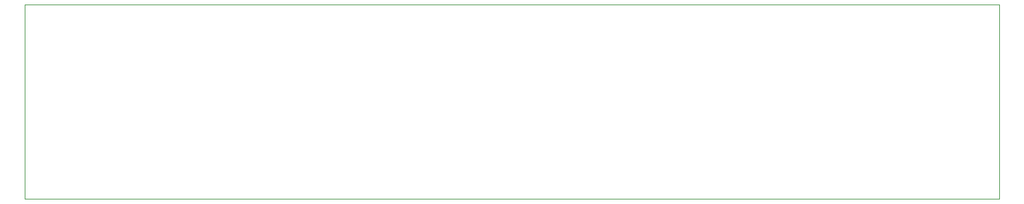
<source format=gm1>
G04 #@! TF.GenerationSoftware,KiCad,Pcbnew,(5.1.5)-3*
G04 #@! TF.CreationDate,2020-12-19T17:07:05+01:00*
G04 #@! TF.ProjectId,BalthazarPSU2,42616c74-6861-47a6-9172-505355322e6b,rev?*
G04 #@! TF.SameCoordinates,Original*
G04 #@! TF.FileFunction,Profile,NP*
%FSLAX46Y46*%
G04 Gerber Fmt 4.6, Leading zero omitted, Abs format (unit mm)*
G04 Created by KiCad (PCBNEW (5.1.5)-3) date 2020-12-19 17:07:05*
%MOMM*%
%LPD*%
G04 APERTURE LIST*
%ADD10C,0.100000*%
G04 APERTURE END LIST*
D10*
X228600000Y-58166000D02*
X101854000Y-58166000D01*
X228600000Y-83439000D02*
X228600000Y-58166000D01*
X101854000Y-83439000D02*
X228600000Y-83439000D01*
X101854000Y-58166000D02*
X101854000Y-83439000D01*
M02*

</source>
